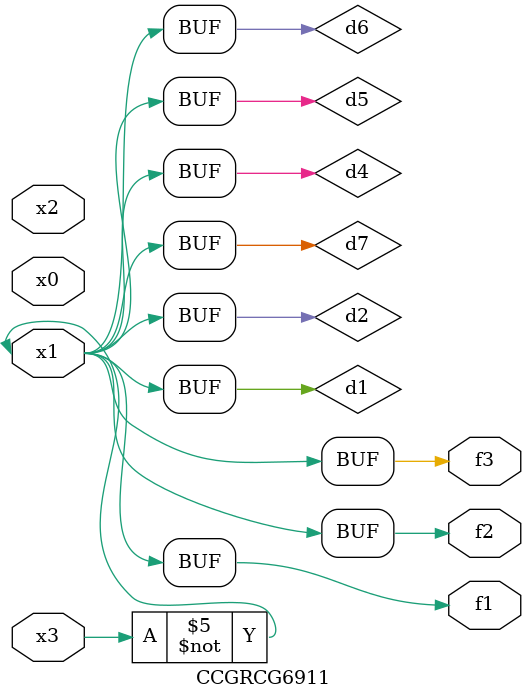
<source format=v>
module CCGRCG6911(
	input x0, x1, x2, x3,
	output f1, f2, f3
);

	wire d1, d2, d3, d4, d5, d6, d7;

	not (d1, x3);
	buf (d2, x1);
	xnor (d3, d1, d2);
	nor (d4, d1);
	buf (d5, d1, d2);
	buf (d6, d4, d5);
	nand (d7, d4);
	assign f1 = d6;
	assign f2 = d7;
	assign f3 = d6;
endmodule

</source>
